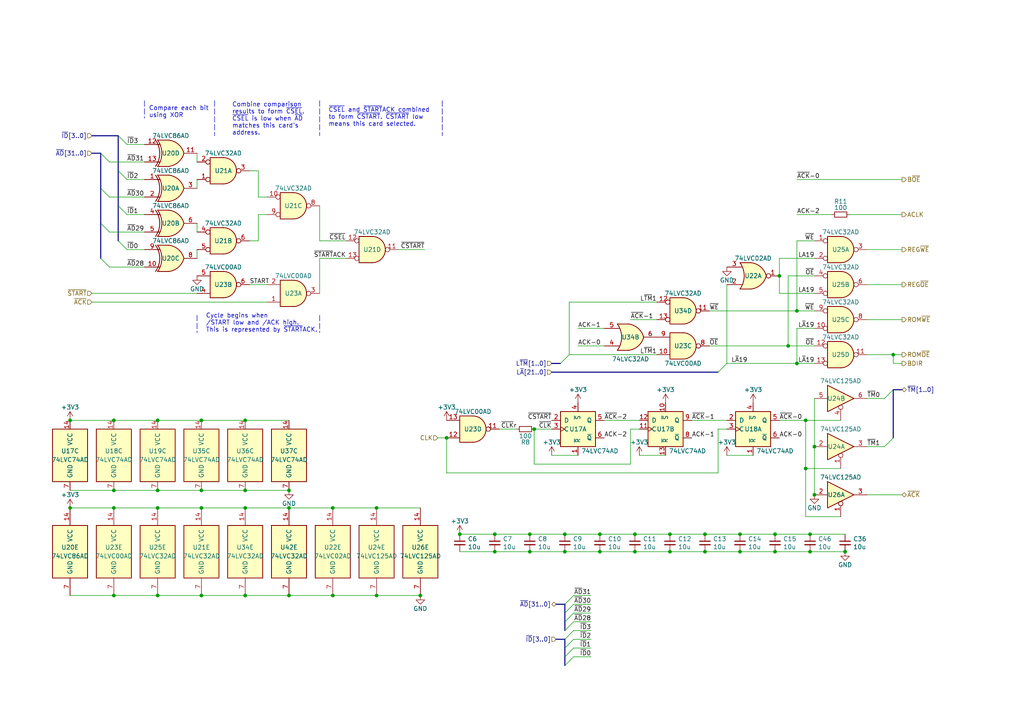
<source format=kicad_sch>
(kicad_sch (version 20211123) (generator eeschema)
  (paper "A4")
  (title_block (title "NuBus-ESP32") (date "2021-11-18") (rev "0.1") (company "Garrett's Workshop"))
  (lib_symbols
    (symbol "74xx:74LS00" (pin_names (offset 1.016))
      (property "Reference" "U" (at 0 1.27 0))
      (property "Value" "74LS00" (at 0 -1.27 0))
      (symbol "74LS00_1_1"
        (pin input line (at -7.62 2.54 0) (length 3.81) (name "~") (number "1"))
        (pin input line (at -7.62 -2.54 0) (length 3.81) (name "~") (number "2"))
        (pin output inverted (at 7.62 0 180) (length 3.81) (name "~") (number "3"))
      )
      (symbol "74LS00_1_2"
        (pin input inverted (at -7.62 2.54 0) (length 4.318) (name "~") (number "1"))
        (pin input inverted (at -7.62 -2.54 0) (length 4.318) (name "~") (number "2"))
        (pin output line (at 7.62 0 180) (length 3.81) (name "~") (number "3"))
      )
      (symbol "74LS00_2_1"
        (pin input line (at -7.62 2.54 0) (length 3.81) (name "~") (number "4"))
        (pin input line (at -7.62 -2.54 0) (length 3.81) (name "~") (number "5"))
        (pin output inverted (at 7.62 0 180) (length 3.81) (name "~") (number "6"))
      )
      (symbol "74LS00_2_2"
        (pin input inverted (at -7.62 2.54 0) (length 4.318) (name "~") (number "4"))
        (pin input inverted (at -7.62 -2.54 0) (length 4.318) (name "~") (number "5"))
        (pin output line (at 7.62 0 180) (length 3.81) (name "~") (number "6"))
      )
      (symbol "74LS00_3_1"
        (pin input line (at -7.62 -2.54 0) (length 3.81) (name "~") (number "10"))
        (pin output inverted (at 7.62 0 180) (length 3.81) (name "~") (number "8"))
        (pin input line (at -7.62 2.54 0) (length 3.81) (name "~") (number "9"))
      )
      (symbol "74LS00_3_2"
        (pin input inverted (at -7.62 -2.54 0) (length 4.318) (name "~") (number "10"))
        (pin output line (at 7.62 0 180) (length 3.81) (name "~") (number "8"))
        (pin input inverted (at -7.62 2.54 0) (length 4.318) (name "~") (number "9"))
      )
      (symbol "74LS00_4_1"
        (pin output inverted (at 7.62 0 180) (length 3.81) (name "~") (number "11"))
        (pin input line (at -7.62 2.54 0) (length 3.81) (name "~") (number "12"))
        (pin input line (at -7.62 -2.54 0) (length 3.81) (name "~") (number "13"))
      )
      (symbol "74LS00_4_2"
        (pin output line (at 7.62 0 180) (length 3.81) (name "~") (number "11"))
        (pin input inverted (at -7.62 2.54 0) (length 4.318) (name "~") (number "12"))
        (pin input inverted (at -7.62 -2.54 0) (length 4.318) (name "~") (number "13"))
      )
      (symbol "74LS00_5_0"
        (pin power_in line (at 0 12.7 270) (length 5.08) (name "VCC") (number "14"))
        (pin power_in line (at 0 -12.7 90) (length 5.08) (name "GND") (number "7"))
      )
    )
    (symbol "74xx:74LS02" (pin_names (offset 1.016))
      (property "Reference" "U" (at 0 1.27 0))
      (property "Value" "74LS02" (at 0 -1.27 0))
      (symbol "74LS02_1_1"
        (pin output inverted (at 7.62 0 180) (length 3.81) (name "~") (number "1"))
        (pin input line (at -7.62 2.54 0) (length 4.318) (name "~") (number "2"))
        (pin input line (at -7.62 -2.54 0) (length 4.318) (name "~") (number "3"))
      )
      (symbol "74LS02_1_2"
        (pin output line (at 7.62 0 180) (length 3.81) (name "~") (number "1"))
        (pin input inverted (at -7.62 2.54 0) (length 3.81) (name "~") (number "2"))
        (pin input inverted (at -7.62 -2.54 0) (length 3.81) (name "~") (number "3"))
      )
      (symbol "74LS02_2_1"
        (pin output inverted (at 7.62 0 180) (length 3.81) (name "~") (number "4"))
        (pin input line (at -7.62 2.54 0) (length 4.318) (name "~") (number "5"))
        (pin input line (at -7.62 -2.54 0) (length 4.318) (name "~") (number "6"))
      )
      (symbol "74LS02_2_2"
        (pin output line (at 7.62 0 180) (length 3.81) (name "~") (number "4"))
        (pin input inverted (at -7.62 2.54 0) (length 3.81) (name "~") (number "5"))
        (pin input inverted (at -7.62 -2.54 0) (length 3.81) (name "~") (number "6"))
      )
      (symbol "74LS02_3_1"
        (pin output inverted (at 7.62 0 180) (length 3.81) (name "~") (number "10"))
        (pin input line (at -7.62 2.54 0) (length 4.318) (name "~") (number "8"))
        (pin input line (at -7.62 -2.54 0) (length 4.318) (name "~") (number "9"))
      )
      (symbol "74LS02_3_2"
        (pin output line (at 7.62 0 180) (length 3.81) (name "~") (number "10"))
        (pin input inverted (at -7.62 2.54 0) (length 3.81) (name "~") (number "8"))
        (pin input inverted (at -7.62 -2.54 0) (length 3.81) (name "~") (number "9"))
      )
      (symbol "74LS02_4_1"
        (pin input line (at -7.62 2.54 0) (length 4.318) (name "~") (number "11"))
        (pin input line (at -7.62 -2.54 0) (length 4.318) (name "~") (number "12"))
        (pin output inverted (at 7.62 0 180) (length 3.81) (name "~") (number "13"))
      )
      (symbol "74LS02_4_2"
        (pin input inverted (at -7.62 2.54 0) (length 3.81) (name "~") (number "11"))
        (pin input inverted (at -7.62 -2.54 0) (length 3.81) (name "~") (number "12"))
        (pin output line (at 7.62 0 180) (length 3.81) (name "~") (number "13"))
      )
      (symbol "74LS02_5_0"
        (pin power_in line (at 0 12.7 270) (length 5.08) (name "VCC") (number "14"))
        (pin power_in line (at 0 -12.7 90) (length 5.08) (name "GND") (number "7"))
      )
    )
    (symbol "74xx:74LS125" (pin_names (offset 1.016))
      (property "Reference" "U" (at 0 1.27 0))
      (property "Value" "74LS125" (at 0 -1.27 0))
      (symbol "74LS125_1_0"
        (pin input inverted (at 0 -6.35 90) (length 4.445) (name "~") (number "1"))
        (pin input line (at -7.62 0 0) (length 3.81) (name "~") (number "2"))
        (pin tri_state line (at 7.62 0 180) (length 3.81) (name "~") (number "3"))
      )
      (symbol "74LS125_2_0"
        (pin input inverted (at 0 -6.35 90) (length 4.445) (name "~") (number "4"))
        (pin input line (at -7.62 0 0) (length 3.81) (name "~") (number "5"))
        (pin tri_state line (at 7.62 0 180) (length 3.81) (name "~") (number "6"))
      )
      (symbol "74LS125_3_0"
        (pin input inverted (at 0 -6.35 90) (length 4.445) (name "~") (number "10"))
        (pin tri_state line (at 7.62 0 180) (length 3.81) (name "~") (number "8"))
        (pin input line (at -7.62 0 0) (length 3.81) (name "~") (number "9"))
      )
      (symbol "74LS125_4_0"
        (pin tri_state line (at 7.62 0 180) (length 3.81) (name "~") (number "11"))
        (pin input line (at -7.62 0 0) (length 3.81) (name "~") (number "12"))
        (pin input inverted (at 0 -6.35 90) (length 4.445) (name "~") (number "13"))
      )
      (symbol "74LS125_5_0"
        (pin power_in line (at 0 12.7 270) (length 5.08) (name "VCC") (number "14"))
        (pin power_in line (at 0 -12.7 90) (length 5.08) (name "GND") (number "7"))
      )
    )
    (symbol "74xx:74LS32" (pin_names (offset 1.016))
      (property "Reference" "U" (at 0 1.27 0))
      (property "Value" "74LS32" (at 0 -1.27 0))
      (symbol "74LS32_1_1"
        (pin input line (at -7.62 2.54 0) (length 4.318) (name "~") (number "1"))
        (pin input line (at -7.62 -2.54 0) (length 4.318) (name "~") (number "2"))
        (pin output line (at 7.62 0 180) (length 3.81) (name "~") (number "3"))
      )
      (symbol "74LS32_1_2"
        (pin input inverted (at -7.62 2.54 0) (length 3.81) (name "~") (number "1"))
        (pin input inverted (at -7.62 -2.54 0) (length 3.81) (name "~") (number "2"))
        (pin output inverted (at 7.62 0 180) (length 3.81) (name "~") (number "3"))
      )
      (symbol "74LS32_2_1"
        (pin input line (at -7.62 2.54 0) (length 4.318) (name "~") (number "4"))
        (pin input line (at -7.62 -2.54 0) (length 4.318) (name "~") (number "5"))
        (pin output line (at 7.62 0 180) (length 3.81) (name "~") (number "6"))
      )
      (symbol "74LS32_2_2"
        (pin input inverted (at -7.62 2.54 0) (length 3.81) (name "~") (number "4"))
        (pin input inverted (at -7.62 -2.54 0) (length 3.81) (name "~") (number "5"))
        (pin output inverted (at 7.62 0 180) (length 3.81) (name "~") (number "6"))
      )
      (symbol "74LS32_3_1"
        (pin input line (at -7.62 -2.54 0) (length 4.318) (name "~") (number "10"))
        (pin output line (at 7.62 0 180) (length 3.81) (name "~") (number "8"))
        (pin input line (at -7.62 2.54 0) (length 4.318) (name "~") (number "9"))
      )
      (symbol "74LS32_3_2"
        (pin input inverted (at -7.62 -2.54 0) (length 3.81) (name "~") (number "10"))
        (pin output inverted (at 7.62 0 180) (length 3.81) (name "~") (number "8"))
        (pin input inverted (at -7.62 2.54 0) (length 3.81) (name "~") (number "9"))
      )
      (symbol "74LS32_4_1"
        (pin output line (at 7.62 0 180) (length 3.81) (name "~") (number "11"))
        (pin input line (at -7.62 2.54 0) (length 4.318) (name "~") (number "12"))
        (pin input line (at -7.62 -2.54 0) (length 4.318) (name "~") (number "13"))
      )
      (symbol "74LS32_4_2"
        (pin output inverted (at 7.62 0 180) (length 3.81) (name "~") (number "11"))
        (pin input inverted (at -7.62 2.54 0) (length 3.81) (name "~") (number "12"))
        (pin input inverted (at -7.62 -2.54 0) (length 3.81) (name "~") (number "13"))
      )
      (symbol "74LS32_5_0"
        (pin power_in line (at 0 12.7 270) (length 5.08) (name "VCC") (number "14"))
        (pin power_in line (at 0 -12.7 90) (length 5.08) (name "GND") (number "7"))
      )
    )
    (symbol "74xx:74LS74" (pin_names (offset 1.016))
      (property "Reference" "U" (at -7.62 8.89 0))
      (property "Value" "74LS74" (at -7.62 -8.89 0))
      (symbol "74LS74_1_0"
        (pin input line (at 0 -7.62 90) (length 2.54) (name "~{R}") (number "1"))
        (pin input line (at -7.62 2.54 0) (length 2.54) (name "D") (number "2"))
        (pin input clock (at -7.62 0 0) (length 2.54) (name "C") (number "3"))
        (pin input line (at 0 7.62 270) (length 2.54) (name "~{S}") (number "4"))
        (pin output line (at 7.62 2.54 180) (length 2.54) (name "Q") (number "5"))
        (pin output line (at 7.62 -2.54 180) (length 2.54) (name "~{Q}") (number "6"))
      )
      (symbol "74LS74_2_0"
        (pin input line (at 0 7.62 270) (length 2.54) (name "~{S}") (number "10"))
        (pin input clock (at -7.62 0 0) (length 2.54) (name "C") (number "11"))
        (pin input line (at -7.62 2.54 0) (length 2.54) (name "D") (number "12"))
        (pin input line (at 0 -7.62 90) (length 2.54) (name "~{R}") (number "13"))
        (pin output line (at 7.62 -2.54 180) (length 2.54) (name "~{Q}") (number "8"))
        (pin output line (at 7.62 2.54 180) (length 2.54) (name "Q") (number "9"))
      )
      (symbol "74LS74_3_0"
        (pin power_in line (at 0 10.16 270) (length 2.54) (name "VCC") (number "14"))
        (pin power_in line (at 0 -10.16 90) (length 2.54) (name "GND") (number "7"))
      )
    )
    (symbol "74xx:74LS86" (pin_names (offset 1.016))
      (property "Reference" "U" (at 0 1.27 0))
      (property "Value" "74LS86" (at 0 -1.27 0))
      (symbol "74LS86_1_0"
        (pin input line (at -7.62 2.54 0) (length 4.445) (name "~") (number "1"))
        (pin input line (at -7.62 -2.54 0) (length 4.445) (name "~") (number "2"))
        (pin output line (at 7.62 0 180) (length 3.81) (name "~") (number "3"))
      )
      (symbol "74LS86_2_0"
        (pin input line (at -7.62 2.54 0) (length 4.445) (name "~") (number "4"))
        (pin input line (at -7.62 -2.54 0) (length 4.445) (name "~") (number "5"))
        (pin output line (at 7.62 0 180) (length 3.81) (name "~") (number "6"))
      )
      (symbol "74LS86_3_0"
        (pin input line (at -7.62 -2.54 0) (length 4.445) (name "~") (number "10"))
        (pin output line (at 7.62 0 180) (length 3.81) (name "~") (number "8"))
        (pin input line (at -7.62 2.54 0) (length 4.445) (name "~") (number "9"))
      )
      (symbol "74LS86_4_0"
        (pin output line (at 7.62 0 180) (length 3.81) (name "~") (number "11"))
        (pin input line (at -7.62 2.54 0) (length 4.445) (name "~") (number "12"))
        (pin input line (at -7.62 -2.54 0) (length 4.445) (name "~") (number "13"))
      )
      (symbol "74LS86_5_0"
        (pin power_in line (at 0 12.7 270) (length 5.08) (name "VCC") (number "14"))
        (pin power_in line (at 0 -12.7 90) (length 5.08) (name "GND") (number "7"))
      )
    )
    (symbol "Device:C_Small" (pin_numbers hide) (pin_names (offset 0.254) hide)
      (property "Reference" "C" (at 0.254 1.778 0))
      (property "Value" "C_Small" (at 0.254 -2.032 0))
      (symbol "C_Small_1_1"
        (pin passive line (at 0 2.54 270) (length 2.032) (name "~") (number "1"))
        (pin passive line (at 0 -2.54 90) (length 2.032) (name "~") (number "2"))
      )
    )
    (symbol "Device:R_Small" (pin_numbers hide) (pin_names (offset 0.254) hide)
      (property "Reference" "R" (at 0.762 0.508 0))
      (property "Value" "R_Small" (at 0.762 -1.016 0))
      (symbol "R_Small_1_1"
        (pin passive line (at 0 2.54 270) (length 0.762) (name "~") (number "1"))
        (pin passive line (at 0 -2.54 90) (length 0.762) (name "~") (number "2"))
      )
    )
    (symbol "power:+3V3" (power) (pin_names (offset 0))
      (property "Value" "+3V3" (at 0 3.556 0))
      (symbol "+3V3_1_1"
        (pin power_in line (at 0 0 90) (length 0) hide (name "+3V3") (number "1"))
      )
    )
    (symbol "power:GND" (power) (pin_names (offset 0))
      (property "Value" "GND" (at 0 -3.81 0))
      (symbol "GND_1_1"
        (pin power_in line (at 0 0 270) (length 0) hide (name "GND") (number "1"))
      )
    )
  )
  (junction (at 129.54 127))
  (junction (at 233.68 121.92))
  (junction (at 153.67 154.94))
  (junction (at 96.52 172.72))
  (junction (at 184.15 160.02))
  (junction (at 121.92 172.72))
  (junction (at 184.15 154.94))
  (junction (at 194.31 160.02))
  (junction (at 163.83 160.02))
  (junction (at 194.31 154.94))
  (junction (at 58.42 121.92))
  (junction (at 173.99 160.02))
  (junction (at 33.02 147.32))
  (junction (at 45.72 172.72))
  (junction (at 71.12 172.72))
  (junction (at 83.82 142.24))
  (junction (at 109.22 172.72))
  (junction (at 163.83 154.94))
  (junction (at 33.02 142.24))
  (junction (at 231.14 90.17))
  (junction (at 83.82 172.72))
  (junction (at 143.51 160.02))
  (junction (at 45.72 142.24))
  (junction (at 224.79 154.94))
  (junction (at 58.42 147.32))
  (junction (at 20.32 121.92))
  (junction (at 214.63 154.94))
  (junction (at 58.42 172.72))
  (junction (at 45.72 121.92))
  (junction (at 133.35 154.94))
  (junction (at 71.12 147.32))
  (junction (at 154.94 124.46))
  (junction (at 236.22 129.54))
  (junction (at 233.68 135.89))
  (junction (at 226.06 80.01))
  (junction (at 33.02 121.92))
  (junction (at 83.82 147.32))
  (junction (at 234.95 154.94))
  (junction (at 153.67 160.02))
  (junction (at 224.79 160.02))
  (junction (at 204.47 160.02))
  (junction (at 109.22 147.32))
  (junction (at 236.22 143.51))
  (junction (at 259.08 102.87))
  (junction (at 228.6 100.33))
  (junction (at 33.02 172.72))
  (junction (at 204.47 154.94))
  (junction (at 20.32 147.32))
  (junction (at 245.11 160.02))
  (junction (at 58.42 142.24))
  (junction (at 96.52 147.32))
  (junction (at 71.12 121.92))
  (junction (at 71.12 142.24))
  (junction (at 231.14 105.41))
  (junction (at 234.95 160.02))
  (junction (at 45.72 147.32))
  (junction (at 214.63 160.02))
  (junction (at 173.99 154.94))
  (junction (at 143.51 154.94))
  (bus_entry (at 34.29 39.37) (size 2.54 2.54))
  (bus_entry (at 29.21 74.93) (size 2.54 2.54))
  (bus_entry (at 34.29 49.53) (size 2.54 2.54))
  (bus_entry (at 163.83 182.88) (size 2.54 -2.54))
  (bus_entry (at 163.83 193.04) (size 2.54 -2.54))
  (bus_entry (at 162.56 105.41) (size 2.54 -2.54))
  (bus_entry (at 163.83 180.34) (size 2.54 -2.54))
  (bus_entry (at 208.28 107.95) (size 2.54 -2.54))
  (bus_entry (at 259.08 113.03) (size -2.54 2.54))
  (bus_entry (at 29.21 64.77) (size 2.54 2.54))
  (bus_entry (at 163.83 190.5) (size 2.54 -2.54))
  (bus_entry (at 29.21 44.45) (size 2.54 2.54))
  (bus_entry (at 163.83 177.8) (size 2.54 -2.54))
  (bus_entry (at 29.21 54.61) (size 2.54 2.54))
  (bus_entry (at 163.83 175.26) (size 2.54 -2.54))
  (bus_entry (at 34.29 59.69) (size 2.54 2.54))
  (bus_entry (at 259.08 127) (size -2.54 2.54))
  (bus_entry (at 34.29 69.85) (size 2.54 2.54))
  (bus_entry (at 163.83 187.96) (size 2.54 -2.54))
  (bus_entry (at 163.83 185.42) (size 2.54 -2.54))
  (wire (pts (xy 20.32 172.72) (xy 33.02 172.72)))
  (wire (pts (xy 31.75 67.31) (xy 41.91 67.31)))
  (wire (pts (xy 241.3 62.23) (xy 231.14 62.23)))
  (wire (pts (xy 231.14 69.85) (xy 236.22 69.85)))
  (wire (pts (xy 251.46 92.71) (xy 261.62 92.71)))
  (wire (pts (xy 36.83 41.91) (xy 41.91 41.91)))
  (wire (pts (xy 234.95 154.94) (xy 245.11 154.94)))
  (wire (pts (xy 71.12 147.32) (xy 83.82 147.32)))
  (wire (pts (xy 72.39 82.55) (xy 77.47 82.55)))
  (wire (pts (xy 261.62 105.41) (xy 259.08 105.41)))
  (wire (pts (xy 210.82 132.08) (xy 218.44 132.08)))
  (wire (pts (xy 231.14 90.17) (xy 231.14 69.85)))
  (bus (pts (xy 26.67 44.45) (xy 29.21 44.45)))
  (polyline (pts (xy 92.71 91.44) (xy 92.71 96.52)))
  (wire (pts (xy 236.22 129.54) (xy 236.22 115.57)))
  (wire (pts (xy 36.83 62.23) (xy 41.91 62.23)))
  (wire (pts (xy 83.82 147.32) (xy 96.52 147.32)))
  (wire (pts (xy 129.54 127) (xy 129.54 137.16)))
  (wire (pts (xy 228.6 80.01) (xy 236.22 80.01)))
  (bus (pts (xy 208.28 107.95) (xy 160.02 107.95)))
  (wire (pts (xy 214.63 154.94) (xy 204.47 154.94)))
  (wire (pts (xy 231.14 95.25) (xy 231.14 105.41)))
  (wire (pts (xy 58.42 142.24) (xy 71.12 142.24)))
  (wire (pts (xy 182.88 134.62) (xy 154.94 134.62)))
  (wire (pts (xy 45.72 121.92) (xy 58.42 121.92)))
  (wire (pts (xy 256.54 129.54) (xy 251.46 129.54)))
  (wire (pts (xy 163.83 160.02) (xy 153.67 160.02)))
  (bus (pts (xy 163.83 180.34) (xy 163.83 182.88)))
  (wire (pts (xy 182.88 92.71) (xy 190.5 92.71)))
  (wire (pts (xy 26.67 87.63) (xy 77.47 87.63)))
  (wire (pts (xy 166.37 190.5) (xy 171.45 190.5)))
  (wire (pts (xy 45.72 147.32) (xy 58.42 147.32)))
  (bus (pts (xy 34.29 59.69) (xy 34.29 69.85)))
  (wire (pts (xy 100.33 74.93) (xy 92.71 74.93)))
  (wire (pts (xy 166.37 180.34) (xy 171.45 180.34)))
  (wire (pts (xy 251.46 72.39) (xy 261.62 72.39)))
  (wire (pts (xy 234.95 160.02) (xy 245.11 160.02)))
  (wire (pts (xy 20.32 147.32) (xy 33.02 147.32)))
  (wire (pts (xy 236.22 90.17) (xy 231.14 90.17)))
  (bus (pts (xy 261.62 113.03) (xy 259.08 113.03)))
  (wire (pts (xy 57.15 52.07) (xy 57.15 54.61)))
  (wire (pts (xy 96.52 147.32) (xy 109.22 147.32)))
  (wire (pts (xy 74.93 62.23) (xy 74.93 69.85)))
  (wire (pts (xy 100.33 69.85) (xy 92.71 69.85)))
  (wire (pts (xy 36.83 52.07) (xy 41.91 52.07)))
  (wire (pts (xy 214.63 160.02) (xy 224.79 160.02)))
  (wire (pts (xy 36.83 72.39) (xy 41.91 72.39)))
  (wire (pts (xy 236.22 100.33) (xy 228.6 100.33)))
  (wire (pts (xy 231.14 95.25) (xy 236.22 95.25)))
  (wire (pts (xy 210.82 121.92) (xy 200.66 121.92)))
  (bus (pts (xy 29.21 54.61) (xy 29.21 64.77)))
  (wire (pts (xy 74.93 49.53) (xy 72.39 49.53)))
  (polyline (pts (xy 41.91 29.21) (xy 41.91 34.29)))
  (bus (pts (xy 34.29 39.37) (xy 34.29 49.53)))
  (wire (pts (xy 224.79 154.94) (xy 214.63 154.94)))
  (wire (pts (xy 233.68 121.92) (xy 233.68 135.89)))
  (wire (pts (xy 20.32 121.92) (xy 33.02 121.92)))
  (bus (pts (xy 163.83 175.26) (xy 161.29 175.26)))
  (wire (pts (xy 204.47 160.02) (xy 214.63 160.02)))
  (wire (pts (xy 208.28 124.46) (xy 210.82 124.46)))
  (bus (pts (xy 163.83 185.42) (xy 163.83 187.96)))
  (wire (pts (xy 143.51 154.94) (xy 153.67 154.94)))
  (wire (pts (xy 127 127) (xy 129.54 127)))
  (wire (pts (xy 234.95 154.94) (xy 224.79 154.94)))
  (wire (pts (xy 231.14 90.17) (xy 205.74 90.17)))
  (wire (pts (xy 31.75 46.99) (xy 41.91 46.99)))
  (wire (pts (xy 45.72 142.24) (xy 58.42 142.24)))
  (wire (pts (xy 57.15 44.45) (xy 57.15 46.99)))
  (wire (pts (xy 226.06 85.09) (xy 236.22 85.09)))
  (wire (pts (xy 226.06 74.93) (xy 226.06 80.01)))
  (wire (pts (xy 74.93 69.85) (xy 72.39 69.85)))
  (wire (pts (xy 77.47 62.23) (xy 74.93 62.23)))
  (wire (pts (xy 83.82 172.72) (xy 96.52 172.72)))
  (wire (pts (xy 33.02 121.92) (xy 45.72 121.92)))
  (wire (pts (xy 71.12 172.72) (xy 83.82 172.72)))
  (wire (pts (xy 92.71 59.69) (xy 92.71 69.85)))
  (wire (pts (xy 109.22 147.32) (xy 121.92 147.32)))
  (bus (pts (xy 34.29 49.53) (xy 34.29 59.69)))
  (wire (pts (xy 121.92 172.72) (xy 109.22 172.72)))
  (bus (pts (xy 163.83 175.26) (xy 163.83 177.8)))
  (bus (pts (xy 163.83 190.5) (xy 163.83 193.04)))
  (wire (pts (xy 228.6 100.33) (xy 205.74 100.33)))
  (wire (pts (xy 185.42 124.46) (xy 182.88 124.46)))
  (wire (pts (xy 154.94 124.46) (xy 160.02 124.46)))
  (wire (pts (xy 165.1 87.63) (xy 190.5 87.63)))
  (wire (pts (xy 166.37 182.88) (xy 171.45 182.88)))
  (wire (pts (xy 153.67 154.94) (xy 163.83 154.94)))
  (bus (pts (xy 163.83 185.42) (xy 161.29 185.42)))
  (wire (pts (xy 204.47 154.94) (xy 194.31 154.94)))
  (wire (pts (xy 129.54 137.16) (xy 208.28 137.16)))
  (wire (pts (xy 58.42 147.32) (xy 71.12 147.32)))
  (wire (pts (xy 228.6 80.01) (xy 228.6 100.33)))
  (wire (pts (xy 96.52 172.72) (xy 109.22 172.72)))
  (polyline (pts (xy 57.15 91.44) (xy 57.15 96.52)))
  (wire (pts (xy 144.78 124.46) (xy 149.86 124.46)))
  (wire (pts (xy 165.1 102.87) (xy 190.5 102.87)))
  (wire (pts (xy 71.12 142.24) (xy 83.82 142.24)))
  (wire (pts (xy 256.54 115.57) (xy 251.46 115.57)))
  (wire (pts (xy 57.15 72.39) (xy 57.15 74.93)))
  (wire (pts (xy 226.06 74.93) (xy 236.22 74.93)))
  (wire (pts (xy 166.37 185.42) (xy 171.45 185.42)))
  (polyline (pts (xy 92.71 29.21) (xy 92.71 39.37)))
  (wire (pts (xy 31.75 77.47) (xy 41.91 77.47)))
  (wire (pts (xy 57.15 64.77) (xy 57.15 67.31)))
  (wire (pts (xy 231.14 52.07) (xy 261.62 52.07)))
  (wire (pts (xy 33.02 172.72) (xy 45.72 172.72)))
  (wire (pts (xy 160.02 132.08) (xy 167.64 132.08)))
  (wire (pts (xy 58.42 172.72) (xy 71.12 172.72)))
  (wire (pts (xy 208.28 137.16) (xy 208.28 124.46)))
  (wire (pts (xy 167.64 95.25) (xy 175.26 95.25)))
  (wire (pts (xy 20.32 142.24) (xy 33.02 142.24)))
  (wire (pts (xy 26.67 85.09) (xy 57.15 85.09)))
  (wire (pts (xy 233.68 149.86) (xy 243.84 149.86)))
  (wire (pts (xy 153.67 160.02) (xy 143.51 160.02)))
  (wire (pts (xy 92.71 74.93) (xy 92.71 85.09)))
  (wire (pts (xy 251.46 82.55) (xy 261.62 82.55)))
  (wire (pts (xy 166.37 187.96) (xy 171.45 187.96)))
  (wire (pts (xy 115.57 72.39) (xy 123.19 72.39)))
  (bus (pts (xy 29.21 44.45) (xy 29.21 54.61)))
  (bus (pts (xy 163.83 187.96) (xy 163.83 190.5)))
  (wire (pts (xy 251.46 102.87) (xy 259.08 102.87)))
  (wire (pts (xy 184.15 160.02) (xy 194.31 160.02)))
  (wire (pts (xy 166.37 175.26) (xy 171.45 175.26)))
  (wire (pts (xy 166.37 172.72) (xy 171.45 172.72)))
  (wire (pts (xy 233.68 121.92) (xy 243.84 121.92)))
  (wire (pts (xy 45.72 172.72) (xy 58.42 172.72)))
  (wire (pts (xy 58.42 121.92) (xy 71.12 121.92)))
  (wire (pts (xy 259.08 102.87) (xy 261.62 102.87)))
  (wire (pts (xy 246.38 62.23) (xy 261.62 62.23)))
  (polyline (pts (xy 62.23 29.21) (xy 62.23 39.37)))
  (wire (pts (xy 173.99 154.94) (xy 163.83 154.94)))
  (wire (pts (xy 233.68 135.89) (xy 233.68 149.86)))
  (wire (pts (xy 33.02 142.24) (xy 45.72 142.24)))
  (wire (pts (xy 33.02 147.32) (xy 45.72 147.32)))
  (polyline (pts (xy 128.27 29.21) (xy 128.27 39.37)))
  (wire (pts (xy 194.31 154.94) (xy 184.15 154.94)))
  (wire (pts (xy 226.06 80.01) (xy 226.06 85.09)))
  (wire (pts (xy 210.82 82.55) (xy 210.82 105.41)))
  (wire (pts (xy 165.1 102.87) (xy 165.1 87.63)))
  (wire (pts (xy 77.47 57.15) (xy 74.93 57.15)))
  (wire (pts (xy 71.12 121.92) (xy 83.82 121.92)))
  (wire (pts (xy 154.94 134.62) (xy 154.94 124.46)))
  (bus (pts (xy 259.08 127) (xy 259.08 113.03)))
  (wire (pts (xy 133.35 154.94) (xy 143.51 154.94)))
  (wire (pts (xy 210.82 105.41) (xy 231.14 105.41)))
  (bus (pts (xy 163.83 177.8) (xy 163.83 180.34)))
  (wire (pts (xy 163.83 160.02) (xy 173.99 160.02)))
  (wire (pts (xy 231.14 105.41) (xy 236.22 105.41)))
  (wire (pts (xy 185.42 132.08) (xy 193.04 132.08)))
  (wire (pts (xy 194.31 160.02) (xy 204.47 160.02)))
  (wire (pts (xy 31.75 57.15) (xy 41.91 57.15)))
  (wire (pts (xy 259.08 105.41) (xy 259.08 102.87)))
  (wire (pts (xy 236.22 143.51) (xy 236.22 129.54)))
  (wire (pts (xy 184.15 154.94) (xy 173.99 154.94)))
  (wire (pts (xy 173.99 160.02) (xy 184.15 160.02)))
  (wire (pts (xy 233.68 135.89) (xy 243.84 135.89)))
  (wire (pts (xy 74.93 57.15) (xy 74.93 49.53)))
  (wire (pts (xy 224.79 160.02) (xy 234.95 160.02)))
  (bus (pts (xy 29.21 64.77) (xy 29.21 74.93)))
  (wire (pts (xy 166.37 177.8) (xy 171.45 177.8)))
  (wire (pts (xy 143.51 160.02) (xy 133.35 160.02)))
  (wire (pts (xy 226.06 121.92) (xy 233.68 121.92)))
  (wire (pts (xy 167.64 100.33) (xy 175.26 100.33)))
  (wire (pts (xy 182.88 124.46) (xy 182.88 134.62)))
  (wire (pts (xy 185.42 121.92) (xy 175.26 121.92)))
  (wire (pts (xy 251.46 143.51) (xy 261.62 143.51)))
  (bus (pts (xy 34.29 39.37) (xy 26.67 39.37)))
  (bus (pts (xy 160.02 105.41) (xy 162.56 105.41)))
  (text "~{CSEL} and ~{START}ACK combined\nto form ~{CSTART}. ~{CSTART} low\nmeans this card selected." (at 95.25 36.83 0) (effects (font (size 1.27 1.27)) (justify left bottom)))
  (text "Cycle begins when\n/START low and /ACK high.\nThis is represented by ~{START}ACK." (at 59.69 96.52 0) (effects (font (size 1.27 1.27)) (justify left bottom)))
  (text "Compare each bit\nusing XOR" (at 43.18 34.29 0) (effects (font (size 1.27 1.27)) (justify left bottom)))
  (text "Combine comparison\nresults to form ~{CSEL}.\n~{CSEL} is low when ~{AD}\nmatches this card’s\naddress." (at 67.31 39.37 0) (effects (font (size 1.27 1.27)) (justify left bottom)))
  (label "~{CLK}r" (at 149.86 124.46 180))
  (label "~{START}ACK" (at 100.33 74.93 180))
  (label "~{ID}3" (at 171.45 182.88 180))
  (label "~{ACK}-1" (at 200.66 121.92 0))
  (label "L~{A}19" (at 212.09 105.41 0))
  (label "~{ACK}-0" (at 226.06 121.92 0))
  (label "ACK-0" (at 167.64 100.33 0))
  (label "~{ID}2" (at 171.45 185.42 180))
  (label "~{AD}31" (at 171.45 172.72 180))
  (label "~{CLK}" (at 160.02 124.46 180))
  (label "~{OE}" (at 205.74 100.33 0))
  (label "~{CSTART}" (at 160.02 121.92 180))
  (label "~{ACK}-2" (at 175.26 121.92 0))
  (label "~{WE}" (at 236.22 69.85 180))
  (label "LA19" (at 236.22 74.93 180))
  (label "~{CSEL}" (at 100.33 69.85 180))
  (label "~{ID}0" (at 171.45 190.5 180))
  (label "ACK-2" (at 231.14 62.23 0))
  (label "~{WE}" (at 205.74 90.17 0))
  (label "~{AD}30" (at 36.83 57.15 0))
  (label "LA19" (at 236.22 85.09 180))
  (label "~{AD}29" (at 171.45 177.8 180))
  (label "~{ID}1" (at 36.83 62.23 0))
  (label "~{ACK}-0" (at 231.14 52.07 0))
  (label "L~{A}19" (at 236.22 105.41 180))
  (label "~{AD}28" (at 171.45 180.34 180))
  (label "~{ID}2" (at 36.83 52.07 0))
  (label "ACK-2" (at 175.26 127 0))
  (label "~{AD}29" (at 36.83 67.31 0))
  (label "~{OE}" (at 236.22 100.33 180))
  (label "~{ID}3" (at 36.83 41.91 0))
  (label "L~{A}19" (at 236.22 95.25 180))
  (label "ACK-1" (at 200.66 127 0))
  (label "~{ID}0" (at 36.83 72.39 0))
  (label "~{ID}1" (at 171.45 187.96 180))
  (label "START" (at 72.39 82.55 0))
  (label "~{AD}31" (at 36.83 46.99 0))
  (label "~{CSTART}" (at 123.19 72.39 180))
  (label "ACK-0" (at 226.06 127 0))
  (label "~{AD}30" (at 171.45 175.26 180))
  (label "~{TM}1" (at 251.46 129.54 0))
  (label "~{ACK}-1" (at 182.88 92.71 0))
  (label "~{OE}" (at 236.22 80.01 180))
  (label "ACK-1" (at 167.64 95.25 0))
  (label "L~{TM}1" (at 190.5 102.87 180))
  (label "~{WE}" (at 236.22 90.17 180))
  (label "L~{TM}1" (at 190.5 87.63 180))
  (label "~{AD}28" (at 36.83 77.47 0))
  (label "~{TM}0" (at 251.46 115.57 0))
  (hierarchical_label "~{AD}[31..0]" (shape input) (at 26.67 44.45 180))
  (hierarchical_label "L~{TM}[1..0]" (shape input) (at 160.02 105.41 180))
  (hierarchical_label "BDIR" (shape output) (at 261.62 105.41 0))
  (hierarchical_label "B~{OE}" (shape output) (at 261.62 52.07 0))
  (hierarchical_label "~{ID}[3..0]" (shape input) (at 26.67 39.37 180))
  (hierarchical_label "REG~{OE}" (shape output) (at 261.62 82.55 0))
  (hierarchical_label "REG~{WE}" (shape output) (at 261.62 72.39 0))
  (hierarchical_label "ROM~{OE}" (shape output) (at 261.62 102.87 0))
  (hierarchical_label "~{AD}[31..0]" (shape bidirectional) (at 161.29 175.26 180))
  (hierarchical_label "~{ACK}" (shape bidirectional) (at 261.62 143.51 0))
  (hierarchical_label "~{ACK}" (shape input) (at 26.67 87.63 180))
  (hierarchical_label "~{ID}[3..0]" (shape input) (at 161.29 185.42 180))
  (hierarchical_label "CLK" (shape input) (at 127 127 180))
  (hierarchical_label "~{TM}[1..0]" (shape bidirectional) (at 261.62 113.03 0))
  (hierarchical_label "ACLK" (shape output) (at 261.62 62.23 0))
  (hierarchical_label "L~{A}[21..0]" (shape input) (at 160.02 107.95 180))
  (hierarchical_label "~{START}" (shape input) (at 26.67 85.09 180))
  (hierarchical_label "ROM~{WE}" (shape output) (at 261.62 92.71 0))
  (symbol (lib_id "Device:R_Small") (at 152.4 124.46 90) (unit 1)
    (property "Reference" "R8" (at 152.4 128.27 90))
    (property "Value" "100" (at 152.4 125.73 90) (effects (justify bottom)))
    (property "Footprint" "stdpads:R_0805" (effects hide))
    (property "LCSC Part" "C17408" (effects hide))
  )
  (symbol (lib_id "Device:R_Small") (at 243.84 62.23 90) (mirror x) (unit 1)
    (property "Reference" "R11" (at 243.84 58.42 90))
    (property "Value" "100" (at 243.84 60.96 90) (effects (justify bottom)))
    (property "Footprint" "stdpads:R_0805" (effects hide))
    (property "LCSC Part" "C17408" (effects hide))
  )
  (symbol (lib_id "74xx:74LS00") (at 137.16 124.46 0) (mirror x) (unit 4)
    (property "Reference" "U23" (at 137.16 124.46 0))
    (property "Value" "74LVC00AD" (at 137.16 119.38 0))
    (property "Footprint" "stdpads:SOIC-14_3.9mm" (effects hide))
    (property "Datasheet" "http://www.ti.com/lit/gpn/sn74LS00" (effects hide))
    (property "LCSC Part" "C7802" (effects hide))
  )
  (symbol (lib_id "74xx:74LS86") (at 20.32 160.02 0) (unit 5)
    (property "Reference" "U20" (at 20.32 158.75 0))
    (property "Value" "74LVC86AD" (at 20.32 161.29 0))
    (property "Footprint" "stdpads:SOIC-14_3.9mm" (effects hide))
    (property "Datasheet" "http://www.ti.com/lit/gpn/sn74LS86" (effects hide))
    (property "LCSC Part" "C548853" (effects hide))
  )
  (symbol (lib_id "74xx:74LS00") (at 33.02 160.02 0) (unit 5)
    (property "Reference" "U23" (at 33.02 158.75 0))
    (property "Value" "74LVC00AD" (at 33.02 161.29 0))
    (property "Footprint" "stdpads:SOIC-14_3.9mm" (effects hide))
    (property "Datasheet" "http://www.ti.com/lit/gpn/sn74LS00" (effects hide))
    (property "LCSC Part" "C7802" (effects hide))
  )
  (symbol (lib_id "74xx:74LS32") (at 45.72 160.02 0) (unit 5)
    (property "Reference" "U25" (at 45.72 158.75 0))
    (property "Value" "74LVC32AD" (at 45.72 161.29 0))
    (property "Footprint" "stdpads:SOIC-14_3.9mm" (effects hide))
    (property "Datasheet" "http://www.ti.com/lit/gpn/sn74LS08" (effects hide))
    (property "LCSC Part" "C7852" (effects hide))
  )
  (symbol (lib_id "74xx:74LS32") (at 58.42 160.02 0) (unit 5)
    (property "Reference" "U21" (at 58.42 158.75 0))
    (property "Value" "74LVC32AD" (at 58.42 161.29 0))
    (property "Footprint" "stdpads:SOIC-14_3.9mm" (effects hide))
    (property "Datasheet" "http://www.ti.com/lit/gpn/sn74LS08" (effects hide))
    (property "LCSC Part" "C7852" (effects hide))
  )
  (symbol (lib_id "74xx:74LS02") (at 96.52 160.02 0) (unit 5)
    (property "Reference" "U22" (at 96.52 158.75 0))
    (property "Value" "74LVC02AD" (at 96.52 161.29 0))
    (property "Footprint" "stdpads:SOIC-14_3.9mm" (effects hide))
    (property "Datasheet" "http://www.ti.com/lit/gpn/sn74LS02" (effects hide))
    (property "LCSC Part" "C7804" (effects hide))
  )
  (symbol (lib_id "74xx:74LS32") (at 71.12 160.02 0) (unit 5)
    (property "Reference" "U34" (at 71.12 158.75 0))
    (property "Value" "74LVC32AD" (at 71.12 161.29 0))
    (property "Footprint" "stdpads:SOIC-14_3.9mm" (effects hide))
    (property "Datasheet" "http://www.ti.com/lit/gpn/sn74LS08" (effects hide))
    (property "LCSC Part" "C7852" (effects hide))
  )
  (symbol (lib_id "74xx:74LS32") (at 198.12 90.17 0) (unit 4) (convert 2)
    (property "Reference" "U34" (at 198.12 90.17 0))
    (property "Value" "74LVC32AD" (at 198.12 85.09 0))
    (property "Footprint" "stdpads:SOIC-14_3.9mm" (effects hide))
    (property "Datasheet" "http://www.ti.com/lit/gpn/sn74LS08" (effects hide))
    (property "LCSC Part" "C7852" (effects hide))
  )
  (symbol (lib_id "74xx:74LS74") (at 20.32 132.08 0) (unit 3)
    (property "Reference" "U17" (at 20.32 130.81 0))
    (property "Value" "74LVC74AD" (at 20.32 133.35 0))
    (property "Footprint" "stdpads:SOIC-14_3.9mm" (effects hide))
    (property "Datasheet" "74xx/74hc_hct74.pdf" (effects hide))
    (property "LCSC Part" "C7864" (effects hide))
  )
  (symbol (lib_id "power:+3V3") (at 20.32 147.32 0) (unit 1)
    (property "Reference" "#PWR0231" (effects hide))
    (property "Value" "+3V3" (at 20.32 143.51 0))
  )
  (symbol (lib_id "power:GND") (at 121.92 172.72 0) (unit 1)
    (property "Reference" "#PWR0232" (effects hide))
    (property "Value" "GND" (at 121.92 176.53 0))
  )
  (symbol (lib_id "74xx:74LS74") (at 33.02 132.08 0) (unit 3)
    (property "Reference" "U18" (at 33.02 130.81 0))
    (property "Value" "74LVC74AD" (at 33.02 133.35 0))
    (property "Footprint" "stdpads:SOIC-14_3.9mm" (effects hide))
    (property "Datasheet" "74xx/74hc_hct74.pdf" (effects hide))
    (property "LCSC Part" "C7864" (effects hide))
  )
  (symbol (lib_id "74xx:74LS74") (at 45.72 132.08 0) (unit 3)
    (property "Reference" "U19" (at 45.72 130.81 0))
    (property "Value" "74LVC74AD" (at 45.72 133.35 0))
    (property "Footprint" "stdpads:SOIC-14_3.9mm" (effects hide))
    (property "Datasheet" "74xx/74hc_hct74.pdf" (effects hide))
    (property "LCSC Part" "C7864" (effects hide))
  )
  (symbol (lib_id "74xx:74LS74") (at 58.42 132.08 0) (unit 3)
    (property "Reference" "U35" (at 58.42 130.81 0))
    (property "Value" "74LVC74AD" (at 58.42 133.35 0))
    (property "Footprint" "stdpads:SOIC-14_3.9mm" (effects hide))
    (property "Datasheet" "74xx/74hc_hct74.pdf" (effects hide))
    (property "LCSC Part" "C7864" (effects hide))
  )
  (symbol (lib_id "74xx:74LS74") (at 71.12 132.08 0) (unit 3)
    (property "Reference" "U36" (at 71.12 130.81 0))
    (property "Value" "74LVC74AD" (at 71.12 133.35 0))
    (property "Footprint" "stdpads:SOIC-14_3.9mm" (effects hide))
    (property "Datasheet" "74xx/74hc_hct74.pdf" (effects hide))
    (property "LCSC Part" "C7864" (effects hide))
  )
  (symbol (lib_id "74xx:74LS74") (at 83.82 132.08 0) (unit 3)
    (property "Reference" "U37" (at 83.82 130.81 0))
    (property "Value" "74LVC74AD" (at 83.82 133.35 0))
    (property "Footprint" "stdpads:SOIC-14_3.9mm" (effects hide))
    (property "Datasheet" "74xx/74hc_hct74.pdf" (effects hide))
    (property "LCSC Part" "C7864" (effects hide))
  )
  (symbol (lib_id "74xx:74LS125") (at 109.22 160.02 0) (unit 5)
    (property "Reference" "U24" (at 109.22 158.75 0))
    (property "Value" "74LVC125AD" (at 109.22 161.29 0))
    (property "Footprint" "stdpads:SOIC-14_3.9mm" (effects hide))
    (property "Datasheet" "http://www.ti.com/lit/gpn/sn74LS125" (effects hide))
    (property "LCSC Part" "C7661" (effects hide))
  )
  (symbol (lib_id "74xx:74LS125") (at 121.92 160.02 0) (unit 5)
    (property "Reference" "U26" (at 121.92 158.75 0))
    (property "Value" "74LVC125AD" (at 121.92 161.29 0))
    (property "Footprint" "stdpads:SOIC-14_3.9mm" (effects hide))
    (property "Datasheet" "http://www.ti.com/lit/gpn/sn74LS125" (effects hide))
    (property "LCSC Part" "C7661" (effects hide))
  )
  (symbol (lib_id "power:+3V3") (at 20.32 121.92 0) (unit 1)
    (property "Reference" "#PWR0233" (effects hide))
    (property "Value" "+3V3" (at 20.32 118.11 0))
  )
  (symbol (lib_id "power:GND") (at 83.82 142.24 0) (unit 1)
    (property "Reference" "#PWR0234" (effects hide))
    (property "Value" "GND" (at 83.82 146.05 0))
  )
  (symbol (lib_id "Device:C_Small") (at 234.95 157.48 0) (mirror y) (unit 1)
    (property "Reference" "C46" (at 237.2868 156.3116 0) (effects (justify right)))
    (property "Value" "10u" (at 237.2868 158.623 0) (effects (justify right)))
    (property "Footprint" "stdpads:C_0805" (effects hide))
    (property "LCSC Part" "C15850" (effects hide))
  )
  (symbol (lib_id "74xx:74LS32") (at 83.82 160.02 0) (unit 5)
    (property "Reference" "U42" (at 83.82 158.75 0))
    (property "Value" "74LVC32AD" (at 83.82 161.29 0))
    (property "Footprint" "stdpads:SOIC-14_3.9mm" (effects hide))
    (property "Datasheet" "http://www.ti.com/lit/gpn/sn74LS08" (effects hide))
    (property "LCSC Part" "C7852" (effects hide))
  )
  (symbol (lib_id "Device:C_Small") (at 245.11 157.48 0) (mirror y) (unit 1)
    (property "Reference" "C36" (at 247.4468 156.3116 0) (effects (justify right)))
    (property "Value" "10u" (at 247.4468 158.623 0) (effects (justify right)))
    (property "Footprint" "stdpads:C_0805" (effects hide))
    (property "LCSC Part" "C15850" (effects hide))
  )
  (symbol (lib_id "power:GND") (at 245.11 160.02 0) (unit 1)
    (property "Reference" "#PWR0215" (effects hide))
    (property "Value" "GND" (at 245.11 163.83 0))
  )
  (symbol (lib_id "power:+3V3") (at 167.64 116.84 0) (unit 1)
    (property "Reference" "#PWR0109" (effects hide))
    (property "Value" "+3V3" (at 167.64 113.03 0))
  )
  (symbol (lib_id "power:+3V3") (at 193.04 116.84 0) (unit 1)
    (property "Reference" "#PWR0110" (effects hide))
    (property "Value" "+3V3" (at 193.04 113.03 0))
  )
  (symbol (lib_id "power:+3V3") (at 218.44 116.84 0) (unit 1)
    (property "Reference" "#PWR0111" (effects hide))
    (property "Value" "+3V3" (at 218.44 113.03 0))
  )
  (symbol (lib_id "power:+3V3") (at 129.54 121.92 0) (unit 1)
    (property "Reference" "#PWR0112" (effects hide))
    (property "Value" "+3V3" (at 129.54 118.11 0))
  )
  (symbol (lib_id "power:+3V3") (at 160.02 132.08 0) (unit 1)
    (property "Reference" "#PWR0113" (effects hide))
    (property "Value" "+3V3" (at 160.02 128.27 0))
  )
  (symbol (lib_id "power:+3V3") (at 185.42 132.08 0) (unit 1)
    (property "Reference" "#PWR0114" (effects hide))
    (property "Value" "+3V3" (at 185.42 128.27 0))
  )
  (symbol (lib_id "power:+3V3") (at 210.82 132.08 0) (unit 1)
    (property "Reference" "#PWR0115" (effects hide))
    (property "Value" "+3V3" (at 210.82 128.27 0))
  )
  (symbol (lib_id "74xx:74LS32") (at 243.84 82.55 0) (unit 2) (convert 2)
    (property "Reference" "U25" (at 243.84 82.55 0))
    (property "Value" "74LVC32AD" (at 243.84 77.47 0))
    (property "Footprint" "stdpads:SOIC-14_3.9mm" (effects hide))
    (property "Datasheet" "http://www.ti.com/lit/gpn/sn74LS08" (effects hide))
    (property "LCSC Part" "C7852" (effects hide))
  )
  (symbol (lib_id "74xx:74LS32") (at 243.84 92.71 0) (unit 3) (convert 2)
    (property "Reference" "U25" (at 243.84 92.71 0))
    (property "Value" "74LVC32AD" (at 243.84 87.63 0))
    (property "Footprint" "stdpads:SOIC-14_3.9mm" (effects hide))
    (property "Datasheet" "http://www.ti.com/lit/gpn/sn74LS08" (effects hide))
    (property "LCSC Part" "C7852" (effects hide))
  )
  (symbol (lib_id "74xx:74LS32") (at 243.84 102.87 0) (unit 4) (convert 2)
    (property "Reference" "U25" (at 243.84 102.87 0))
    (property "Value" "74LVC32AD" (at 243.84 97.79 0))
    (property "Footprint" "stdpads:SOIC-14_3.9mm" (effects hide))
    (property "Datasheet" "http://www.ti.com/lit/gpn/sn74LS08" (effects hide))
    (property "LCSC Part" "C7852" (effects hide))
  )
  (symbol (lib_id "74xx:74LS32") (at 243.84 72.39 0) (unit 1) (convert 2)
    (property "Reference" "U25" (at 243.84 72.39 0))
    (property "Value" "74LVC32AD" (at 243.84 67.31 0))
    (property "Footprint" "stdpads:SOIC-14_3.9mm" (effects hide))
    (property "Datasheet" "http://www.ti.com/lit/gpn/sn74LS08" (effects hide))
    (property "LCSC Part" "C7852" (effects hide))
  )
  (symbol (lib_id "74xx:74LS00") (at 198.12 100.33 0) (unit 3)
    (property "Reference" "U23" (at 198.12 100.33 0))
    (property "Value" "74LVC00AD" (at 198.12 105.41 0))
    (property "Footprint" "stdpads:SOIC-14_3.9mm" (effects hide))
    (property "Datasheet" "http://www.ti.com/lit/gpn/sn74LS00" (effects hide))
    (property "LCSC Part" "C7802" (effects hide))
  )
  (symbol (lib_id "74xx:74LS125") (at 243.84 115.57 0) (unit 2)
    (property "Reference" "U24" (at 242.57 115.57 0))
    (property "Value" "74LVC125AD" (at 243.84 110.49 0))
    (property "Footprint" "stdpads:SOIC-14_3.9mm" (effects hide))
    (property "Datasheet" "http://www.ti.com/lit/gpn/sn74LS125" (effects hide))
    (property "LCSC Part" "C7661" (effects hide))
  )
  (symbol (lib_id "74xx:74LS125") (at 243.84 129.54 0) (unit 1)
    (property "Reference" "U24" (at 242.57 129.54 0))
    (property "Value" "74LVC125AD" (at 243.84 124.46 0))
    (property "Footprint" "stdpads:SOIC-14_3.9mm" (effects hide))
    (property "Datasheet" "http://www.ti.com/lit/gpn/sn74LS125" (effects hide))
    (property "LCSC Part" "C7661" (effects hide))
  )
  (symbol (lib_id "74xx:74LS125") (at 243.84 143.51 0) (unit 1)
    (property "Reference" "U26" (at 242.57 143.51 0))
    (property "Value" "74LVC125AD" (at 243.84 138.43 0))
    (property "Footprint" "stdpads:SOIC-14_3.9mm" (effects hide))
    (property "Datasheet" "http://www.ti.com/lit/gpn/sn74LS125" (effects hide))
    (property "LCSC Part" "C7661" (effects hide))
  )
  (symbol (lib_id "74xx:74LS74") (at 167.64 124.46 0) (unit 1)
    (property "Reference" "U17" (at 167.64 124.46 0))
    (property "Value" "74LVC74AD" (at 173.99 130.81 0))
    (property "Footprint" "stdpads:SOIC-14_3.9mm" (effects hide))
    (property "Datasheet" "74xx/74hc_hct74.pdf" (effects hide))
    (property "LCSC Part" "C7864" (effects hide))
  )
  (symbol (lib_id "74xx:74LS74") (at 193.04 124.46 0) (unit 2)
    (property "Reference" "U17" (at 193.04 124.46 0))
    (property "Value" "74LVC74AD" (at 199.39 130.81 0))
    (property "Footprint" "stdpads:SOIC-14_3.9mm" (effects hide))
    (property "Datasheet" "74xx/74hc_hct74.pdf" (effects hide))
    (property "LCSC Part" "C7864" (effects hide))
  )
  (symbol (lib_id "74xx:74LS74") (at 218.44 124.46 0) (unit 1)
    (property "Reference" "U18" (at 218.44 124.46 0))
    (property "Value" "74LVC74AD" (at 224.79 130.81 0))
    (property "Footprint" "stdpads:SOIC-14_3.9mm" (effects hide))
    (property "Datasheet" "74xx/74hc_hct74.pdf" (effects hide))
    (property "LCSC Part" "C7864" (effects hide))
  )
  (symbol (lib_id "power:+3V3") (at 133.35 154.94 0) (mirror y) (unit 1)
    (property "Reference" "#PWR0188" (effects hide))
    (property "Value" "+3V3" (at 133.35 151.13 0))
  )
  (symbol (lib_id "Device:C_Small") (at 133.35 157.48 0) (mirror y) (unit 1)
    (property "Reference" "C6" (at 135.6868 156.3116 0) (effects (justify right)))
    (property "Value" "10u" (at 135.6868 158.623 0) (effects (justify right)))
    (property "Footprint" "stdpads:C_0805" (effects hide))
    (property "LCSC Part" "C15850" (effects hide))
  )
  (symbol (lib_id "Device:C_Small") (at 153.67 157.48 0) (mirror y) (unit 1)
    (property "Reference" "C8" (at 156.0068 156.3116 0) (effects (justify right)))
    (property "Value" "10u" (at 156.0068 158.623 0) (effects (justify right)))
    (property "Footprint" "stdpads:C_0805" (effects hide))
    (property "LCSC Part" "C15850" (effects hide))
  )
  (symbol (lib_id "Device:C_Small") (at 143.51 157.48 0) (mirror y) (unit 1)
    (property "Reference" "C7" (at 145.8468 156.3116 0) (effects (justify right)))
    (property "Value" "10u" (at 145.8468 158.623 0) (effects (justify right)))
    (property "Footprint" "stdpads:C_0805" (effects hide))
    (property "LCSC Part" "C15850" (effects hide))
  )
  (symbol (lib_id "Device:C_Small") (at 163.83 157.48 0) (mirror y) (unit 1)
    (property "Reference" "C9" (at 166.1668 156.3116 0) (effects (justify right)))
    (property "Value" "10u" (at 166.1668 158.623 0) (effects (justify right)))
    (property "Footprint" "stdpads:C_0805" (effects hide))
    (property "LCSC Part" "C15850" (effects hide))
  )
  (symbol (lib_id "Device:C_Small") (at 184.15 157.48 0) (mirror y) (unit 1)
    (property "Reference" "C11" (at 186.4868 156.3116 0) (effects (justify right)))
    (property "Value" "10u" (at 186.4868 158.623 0) (effects (justify right)))
    (property "Footprint" "stdpads:C_0805" (effects hide))
    (property "LCSC Part" "C15850" (effects hide))
  )
  (symbol (lib_id "Device:C_Small") (at 173.99 157.48 0) (mirror y) (unit 1)
    (property "Reference" "C10" (at 176.3268 156.3116 0) (effects (justify right)))
    (property "Value" "10u" (at 176.3268 158.623 0) (effects (justify right)))
    (property "Footprint" "stdpads:C_0805" (effects hide))
    (property "LCSC Part" "C15850" (effects hide))
  )
  (symbol (lib_id "Device:C_Small") (at 194.31 157.48 0) (mirror y) (unit 1)
    (property "Reference" "C12" (at 196.6468 156.3116 0) (effects (justify right)))
    (property "Value" "10u" (at 196.6468 158.623 0) (effects (justify right)))
    (property "Footprint" "stdpads:C_0805" (effects hide))
    (property "LCSC Part" "C15850" (effects hide))
  )
  (symbol (lib_id "Device:C_Small") (at 204.47 157.48 0) (mirror y) (unit 1)
    (property "Reference" "C13" (at 206.8068 156.3116 0) (effects (justify right)))
    (property "Value" "10u" (at 206.8068 158.623 0) (effects (justify right)))
    (property "Footprint" "stdpads:C_0805" (effects hide))
    (property "LCSC Part" "C15850" (effects hide))
  )
  (symbol (lib_id "Device:C_Small") (at 224.79 157.48 0) (mirror y) (unit 1)
    (property "Reference" "C15" (at 227.1268 156.3116 0) (effects (justify right)))
    (property "Value" "10u" (at 227.1268 158.623 0) (effects (justify right)))
    (property "Footprint" "stdpads:C_0805" (effects hide))
    (property "LCSC Part" "C15850" (effects hide))
  )
  (symbol (lib_id "Device:C_Small") (at 214.63 157.48 0) (mirror y) (unit 1)
    (property "Reference" "C14" (at 216.9668 156.3116 0) (effects (justify right)))
    (property "Value" "10u" (at 216.9668 158.623 0) (effects (justify right)))
    (property "Footprint" "stdpads:C_0805" (effects hide))
    (property "LCSC Part" "C15850" (effects hide))
  )
  (symbol (lib_id "74xx:74LS00") (at 85.09 85.09 0) (mirror x) (unit 1)
    (property "Reference" "U23" (at 85.09 85.09 0))
    (property "Value" "74LVC00AD" (at 85.09 80.01 0))
    (property "Footprint" "stdpads:SOIC-14_3.9mm" (effects hide))
    (property "Datasheet" "http://www.ti.com/lit/gpn/sn74LS00" (effects hide))
    (property "LCSC Part" "C7802" (effects hide))
  )
  (symbol (lib_id "power:GND") (at 210.82 77.47 0) (unit 1)
    (property "Reference" "#PWR0211" (effects hide))
    (property "Value" "GND" (at 210.82 81.28 0))
  )
  (symbol (lib_id "74xx:74LS02") (at 218.44 80.01 0) (mirror x) (unit 1)
    (property "Reference" "U22" (at 218.44 80.01 0))
    (property "Value" "74LVC02AD" (at 218.44 74.93 0))
    (property "Footprint" "stdpads:SOIC-14_3.9mm" (effects hide))
    (property "Datasheet" "http://www.ti.com/lit/gpn/sn74LS02" (effects hide))
    (property "LCSC Part" "C7804" (effects hide))
  )
  (symbol (lib_id "power:GND") (at 57.15 80.01 0) (unit 1)
    (property "Reference" "#PWR0216" (effects hide))
    (property "Value" "GND" (at 57.15 83.82 0))
  )
  (symbol (lib_id "74xx:74LS32") (at 85.09 59.69 0) (mirror x) (unit 3) (convert 2)
    (property "Reference" "U21" (at 85.09 59.69 0))
    (property "Value" "74LVC32AD" (at 85.09 54.61 0))
    (property "Footprint" "stdpads:SOIC-14_3.9mm" (effects hide))
    (property "Datasheet" "http://www.ti.com/lit/gpn/sn74LS08" (effects hide))
    (property "LCSC Part" "C7852" (effects hide))
  )
  (symbol (lib_id "74xx:74LS32") (at 182.88 97.79 0) (mirror x) (unit 2)
    (property "Reference" "U34" (at 182.88 97.79 0))
    (property "Value" "74LVC32AD" (at 182.88 104.14 0))
    (property "Footprint" "stdpads:SOIC-14_3.9mm" (effects hide))
    (property "Datasheet" "http://www.ti.com/lit/gpn/sn74LS08" (effects hide))
    (property "LCSC Part" "C7852" (effects hide))
  )
  (symbol (lib_id "power:GND") (at 236.22 143.51 0) (unit 1)
    (property "Reference" "#PWR0106" (effects hide))
    (property "Value" "GND" (at 236.22 147.32 0))
  )
  (symbol (lib_id "74xx:74LS32") (at 107.95 72.39 0) (unit 4) (convert 2)
    (property "Reference" "U21" (at 107.95 72.39 0))
    (property "Value" "74LVC32AD" (at 107.95 67.31 0))
    (property "Footprint" "stdpads:SOIC-14_3.9mm" (effects hide))
    (property "Datasheet" "http://www.ti.com/lit/gpn/sn74LS08" (effects hide))
    (property "LCSC Part" "C7852" (effects hide))
  )
  (symbol (lib_id "74xx:74LS00") (at 64.77 82.55 0) (mirror x) (unit 2)
    (property "Reference" "U23" (at 64.77 82.55 0))
    (property "Value" "74LVC00AD" (at 64.77 77.47 0))
    (property "Footprint" "stdpads:SOIC-14_3.9mm" (effects hide))
    (property "Datasheet" "http://www.ti.com/lit/gpn/sn74LS00" (effects hide))
    (property "LCSC Part" "C7802" (effects hide))
  )
  (symbol (lib_id "74xx:74LS86") (at 49.53 54.61 0) (unit 1)
    (property "Reference" "U20" (at 49.53 54.61 0))
    (property "Value" "74LVC86AD" (at 49.53 49.53 0))
    (property "Footprint" "stdpads:SOIC-14_3.9mm" (effects hide))
    (property "Datasheet" "http://www.ti.com/lit/gpn/sn74LS86" (effects hide))
    (property "LCSC Part" "C548853" (effects hide))
  )
  (symbol (lib_id "74xx:74LS86") (at 49.53 64.77 0) (unit 2)
    (property "Reference" "U20" (at 49.53 64.77 0))
    (property "Value" "74LVC86AD" (at 49.53 59.69 0))
    (property "Footprint" "stdpads:SOIC-14_3.9mm" (effects hide))
    (property "Datasheet" "http://www.ti.com/lit/gpn/sn74LS86" (effects hide))
    (property "LCSC Part" "C548853" (effects hide))
  )
  (symbol (lib_id "74xx:74LS86") (at 49.53 74.93 0) (unit 3)
    (property "Reference" "U20" (at 49.53 74.93 0))
    (property "Value" "74LVC86AD" (at 49.53 69.85 0))
    (property "Footprint" "stdpads:SOIC-14_3.9mm" (effects hide))
    (property "Datasheet" "http://www.ti.com/lit/gpn/sn74LS86" (effects hide))
    (property "LCSC Part" "C548853" (effects hide))
  )
  (symbol (lib_id "74xx:74LS86") (at 49.53 44.45 0) (unit 4)
    (property "Reference" "U20" (at 49.53 44.45 0))
    (property "Value" "74LVC86AD" (at 49.53 39.37 0))
    (property "Footprint" "stdpads:SOIC-14_3.9mm" (effects hide))
    (property "Datasheet" "http://www.ti.com/lit/gpn/sn74LS86" (effects hide))
    (property "LCSC Part" "C548853" (effects hide))
  )
  (symbol (lib_id "74xx:74LS32") (at 64.77 69.85 0) (unit 2) (convert 2)
    (property "Reference" "U21" (at 64.77 69.85 0))
    (property "Value" "74LVC32AD" (at 64.77 64.77 0))
    (property "Footprint" "stdpads:SOIC-14_3.9mm" (effects hide))
    (property "Datasheet" "http://www.ti.com/lit/gpn/sn74LS08" (effects hide))
    (property "LCSC Part" "C7852" (effects hide))
  )
  (symbol (lib_id "74xx:74LS32") (at 64.77 49.53 0) (mirror x) (unit 1) (convert 2)
    (property "Reference" "U21" (at 64.77 49.53 0))
    (property "Value" "74LVC32AD" (at 64.77 44.45 0))
    (property "Footprint" "stdpads:SOIC-14_3.9mm" (effects hide))
    (property "Datasheet" "http://www.ti.com/lit/gpn/sn74LS08" (effects hide))
    (property "LCSC Part" "C7852" (effects hide))
  )
)
</source>
